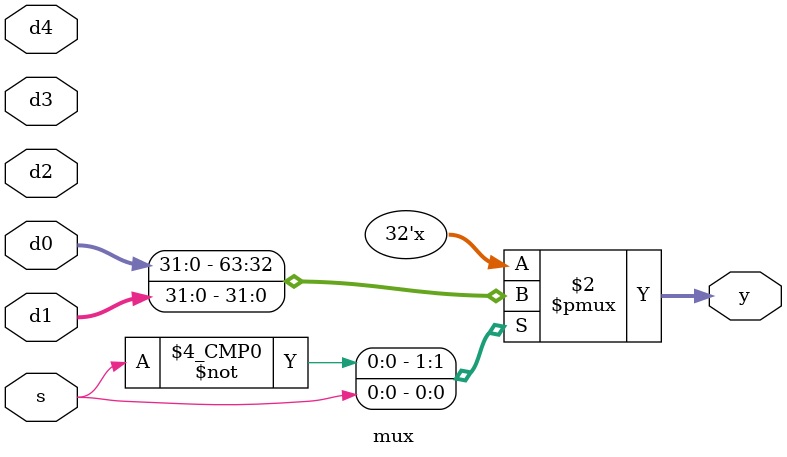
<source format=v>

module mux(s, y,d0, d1, d2, d3,d4);
    parameter num=2,sigwid=1,width=32; //sigwid¿ØÖÆÐÅºÅ¿í¶È widthÊä³öÐÅºÅ¿í¶È
    input [width-1:0]d0;
    input [width-1:0]d1;
    input [width-1:0]d2;
    input [width-1:0]d3;
	 input [width-1:0]d4;
    input [sigwid-1:0]s;
    output reg [width-1:0]y;
    always@(s or d0 or d1 or d2 or d3 or d4)
      case(s)
        0:y=d0;
        1:y=d1;
        2:y=d2;
        3:y=d3;
		  4:y=d4;
        default:y=0;
      endcase
endmodule

</source>
